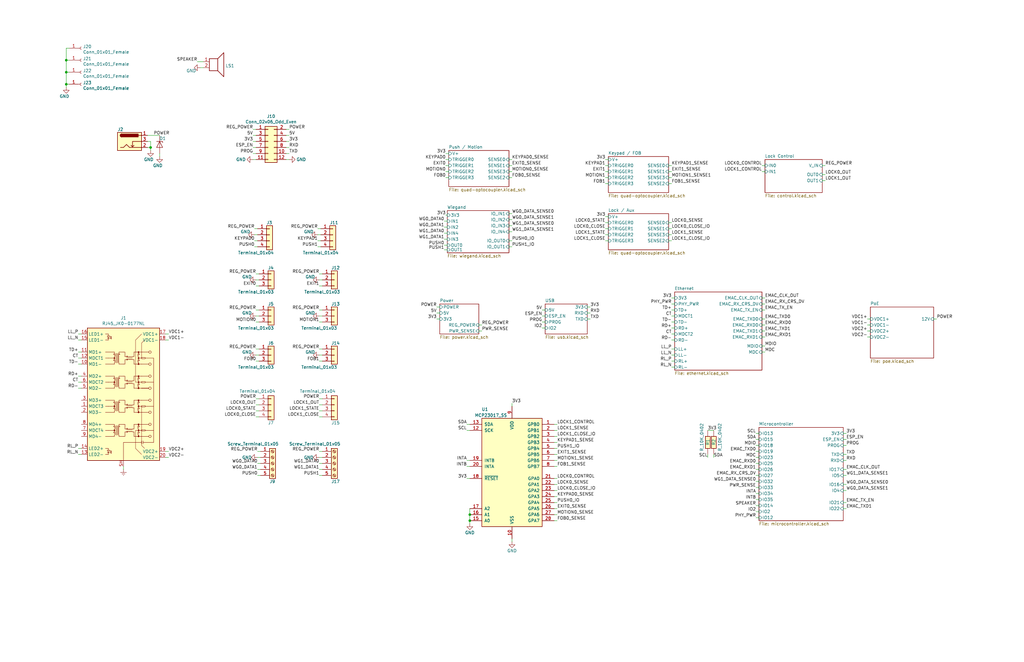
<source format=kicad_sch>
(kicad_sch (version 20211123) (generator eeschema)
  (paper "USLedger")
  (lib_symbols
    (symbol "Connector:Conn_01x01_Female" (pin_names (offset 1.016) hide)
      (property "Reference" "J" (at 0 2.54 0))
      (property "Value" "Conn_01x01_Female" (at 0 -2.54 0))
      (symbol "Conn_01x01_Female_1_1"
        (pin passive line (at -5.08 0 0) (length 3.81) (name "Pin_1") (number "1"))
      )
    )
    (symbol "Connector_Generic:Conn_02x06_Odd_Even" (pin_names (offset 1.016) hide)
      (property "Reference" "J" (at 1.27 7.62 0))
      (property "Value" "Conn_02x06_Odd_Even" (at 1.27 -10.16 0))
      (symbol "Conn_02x06_Odd_Even_1_1"
        (pin passive line (at -5.08 5.08 0) (length 3.81) (name "Pin_1") (number "1"))
        (pin passive line (at 7.62 -5.08 180) (length 3.81) (name "Pin_10") (number "10"))
        (pin passive line (at -5.08 -7.62 0) (length 3.81) (name "Pin_11") (number "11"))
        (pin passive line (at 7.62 -7.62 180) (length 3.81) (name "Pin_12") (number "12"))
        (pin passive line (at 7.62 5.08 180) (length 3.81) (name "Pin_2") (number "2"))
        (pin passive line (at -5.08 2.54 0) (length 3.81) (name "Pin_3") (number "3"))
        (pin passive line (at 7.62 2.54 180) (length 3.81) (name "Pin_4") (number "4"))
        (pin passive line (at -5.08 0 0) (length 3.81) (name "Pin_5") (number "5"))
        (pin passive line (at 7.62 0 180) (length 3.81) (name "Pin_6") (number "6"))
        (pin passive line (at -5.08 -2.54 0) (length 3.81) (name "Pin_7") (number "7"))
        (pin passive line (at 7.62 -2.54 180) (length 3.81) (name "Pin_8") (number "8"))
        (pin passive line (at -5.08 -5.08 0) (length 3.81) (name "Pin_9") (number "9"))
      )
    )
    (symbol "Open Automation:S_YXDZ" (pin_names (offset 0) hide)
      (property "Reference" "LS1" (at -1.27 -5.08 0))
      (symbol "S_YXDZ_1_1"
        (pin input line (at -5.08 0 0) (length 2.54) (name "1") (number "1"))
        (pin input line (at -5.08 -2.54 0) (length 2.54) (name "2") (number "2"))
      )
    )
    (symbol "Open Automation:Screw_Terminal_01x05" (pin_names (offset 1.016) hide)
      (property "Reference" "J?" (at -1.27 -7.62 0))
      (property "Value" "Screw_Terminal_01x05" (at -18.415 8.255 0))
      (symbol "Screw_Terminal_01x05_1_1"
        (pin passive line (at -5.08 5.08 0) (length 3.81) (name "Pin_1") (number "1"))
        (pin passive line (at -5.08 2.54 0) (length 3.81) (name "Pin_2") (number "2"))
        (pin passive line (at -5.08 0 0) (length 3.81) (name "Pin_3") (number "3"))
        (pin passive line (at -5.08 -2.54 0) (length 3.81) (name "Pin_4") (number "4"))
        (pin passive line (at -5.08 -5.08 0) (length 3.81) (name "Pin_5") (number "5"))
      )
    )
    (symbol "Open Automation:Terminal_01x04" (pin_names (offset 1.016) hide)
      (property "Reference" "J?" (at -1.27 5.08 0))
      (property "Value" "Terminal_01x04" (at -12.7 -7.62 0))
      (symbol "Terminal_01x04_1_1"
        (pin passive line (at -5.08 2.54 0) (length 3.81) (name "Pin_1") (number "1"))
        (pin passive line (at -5.08 0 0) (length 3.81) (name "Pin_2") (number "2"))
        (pin passive line (at -5.08 -2.54 0) (length 3.81) (name "Pin_3") (number "3"))
        (pin passive line (at -5.08 -5.08 0) (length 3.81) (name "Pin_4") (number "4"))
      )
    )
    (symbol "Open_Automation:Barrel_Jack_OD5.5_ID2.5" (pin_names hide)
      (property "Reference" "J" (at 0 5.334 0))
      (symbol "Barrel_Jack_OD5.5_ID2.5_1_1"
        (pin passive line (at 7.62 2.54 180) (length 2.54) (name "~") (number "1"))
        (pin passive line (at 7.62 -2.54 180) (length 2.54) (name "~") (number "2"))
        (pin passive line (at 7.62 0 180) (length 2.54) (name "~") (number "3"))
      )
    )
    (symbol "Open_Automation:D_Zener" (pin_numbers hide) (pin_names (offset 1.016) hide)
      (property "Reference" "D" (at 0 2.54 0))
      (symbol "D_Zener_1_1"
        (pin passive line (at -3.81 0 0) (length 2.54) (name "K") (number "1"))
        (pin passive line (at 3.81 0 180) (length 2.54) (name "A") (number "2"))
      )
    )
    (symbol "Open_Automation:MCP23017_SS" (pin_names (offset 1.016))
      (property "Reference" "U" (at -11.43 24.13 0))
      (property "Value" "MCP23017_SS" (at 0 0 0))
      (symbol "MCP23017_SS_1_1"
        (pin bidirectional line (at 17.78 20.32 180) (length 5.08) (name "GPB0") (number "1"))
        (pin power_in line (at 0 -27.94 90) (length 5.08) (name "VSS") (number "10"))
        (pin no_connect line (at -12.7 15.24 0) (length 5.08) hide (name "NC") (number "11"))
        (pin input line (at -17.78 17.78 0) (length 5.08) (name "SCK") (number "12"))
        (pin bidirectional line (at -17.78 20.32 0) (length 5.08) (name "SDA") (number "13"))
        (pin no_connect line (at -12.7 12.7 0) (length 5.08) hide (name "NC") (number "14"))
        (pin input line (at -17.78 -20.32 0) (length 5.08) (name "A0") (number "15"))
        (pin input line (at -17.78 -17.78 0) (length 5.08) (name "A1") (number "16"))
        (pin input line (at -17.78 -15.24 0) (length 5.08) (name "A2") (number "17"))
        (pin input line (at -17.78 -2.54 0) (length 5.08) (name "~{RESET}") (number "18"))
        (pin tri_state line (at -17.78 5.08 0) (length 5.08) (name "INTB") (number "19"))
        (pin bidirectional line (at 17.78 17.78 180) (length 5.08) (name "GPB1") (number "2"))
        (pin tri_state line (at -17.78 2.54 0) (length 5.08) (name "INTA") (number "20"))
        (pin bidirectional line (at 17.78 -2.54 180) (length 5.08) (name "GPA0") (number "21"))
        (pin bidirectional line (at 17.78 -5.08 180) (length 5.08) (name "GPA1") (number "22"))
        (pin bidirectional line (at 17.78 -7.62 180) (length 5.08) (name "GPA2") (number "23"))
        (pin bidirectional line (at 17.78 -10.16 180) (length 5.08) (name "GPA3") (number "24"))
        (pin bidirectional line (at 17.78 -12.7 180) (length 5.08) (name "GPA4") (number "25"))
        (pin bidirectional line (at 17.78 -15.24 180) (length 5.08) (name "GPA5") (number "26"))
        (pin bidirectional line (at 17.78 -17.78 180) (length 5.08) (name "GPA6") (number "27"))
        (pin bidirectional line (at 17.78 -20.32 180) (length 5.08) (name "GPA7") (number "28"))
        (pin bidirectional line (at 17.78 15.24 180) (length 5.08) (name "GPB2") (number "3"))
        (pin bidirectional line (at 17.78 12.7 180) (length 5.08) (name "GPB3") (number "4"))
        (pin bidirectional line (at 17.78 10.16 180) (length 5.08) (name "GPB4") (number "5"))
        (pin bidirectional line (at 17.78 7.62 180) (length 5.08) (name "GPB5") (number "6"))
        (pin bidirectional line (at 17.78 5.08 180) (length 5.08) (name "GPB6") (number "7"))
        (pin bidirectional line (at 17.78 2.54 180) (length 5.08) (name "GPB7") (number "8"))
        (pin power_in line (at 0 27.94 270) (length 5.08) (name "VDD") (number "9"))
      )
    )
    (symbol "Open_Automation:RJ45_JK0-0177NL"
      (property "Reference" "J1" (at 0 32.1818 0))
      (property "Value" "RJ45_JK0-0177NL" (at 0 29.8704 0))
      (symbol "RJ45_JK0-0177NL_1_1"
        (pin passive line (at -17.78 -5.08 0) (length 2.54) (name "MDCT3") (number "1"))
        (pin passive line (at -17.78 12.7 0) (length 2.54) (name "MD1-") (number "10"))
        (pin passive line (at -17.78 17.78 0) (length 2.54) (name "MD1+") (number "11"))
        (pin passive line (at -17.78 15.24 0) (length 2.54) (name "MDCT1") (number "12"))
        (pin passive line (at -17.78 -25.4 0) (length 2.54) (name "LED2-") (number "13"))
        (pin passive line (at -17.78 -22.86 0) (length 2.54) (name "LED2+") (number "14"))
        (pin passive line (at -17.78 22.86 0) (length 2.54) (name "LED1-") (number "15"))
        (pin passive line (at -17.78 25.4 0) (length 2.54) (name "LED1+") (number "16"))
        (pin passive line (at 17.78 25.4 180) (length 2.54) (name "VDC1+") (number "17"))
        (pin passive line (at 17.78 22.86 180) (length 2.54) (name "VDC1-") (number "18"))
        (pin passive line (at 17.78 -24.13 180) (length 2.54) (name "VDC2+") (number "19"))
        (pin passive line (at -17.78 -7.62 0) (length 2.54) (name "MD3-") (number "2"))
        (pin passive line (at 17.78 -26.67 180) (length 2.54) (name "VDC2-") (number "20"))
        (pin passive line (at -17.78 -2.54 0) (length 2.54) (name "MD3+") (number "3"))
        (pin passive line (at -17.78 7.62 0) (length 2.54) (name "MD2+") (number "4"))
        (pin passive line (at -17.78 2.54 0) (length 2.54) (name "MD2-") (number "5"))
        (pin passive line (at -17.78 5.08 0) (length 2.54) (name "MDCT2") (number "6"))
        (pin passive line (at -17.78 -15.24 0) (length 2.54) (name "MDCT4") (number "7"))
        (pin passive line (at -17.78 -12.7 0) (length 2.54) (name "MD4+") (number "8"))
        (pin passive line (at -17.78 -17.78 0) (length 2.54) (name "MD4-") (number "9"))
        (pin passive line (at 0 -30.48 90) (length 2.54) (name "~") (number "SH"))
      )
    )
    (symbol "Open_Automation:R_10K_0402" (pin_numbers hide) (pin_names (offset 0))
      (property "Reference" "R" (at 0 0 90))
      (property "Value" "R_10K_0402" (at -1.905 0 90))
      (symbol "R_10K_0402_1_1"
        (pin passive line (at 0 -5.08 90) (length 2.54) (name "~") (number "1"))
        (pin passive line (at 0 5.08 270) (length 2.54) (name "~") (number "2"))
      )
    )
    (symbol "R_10K_0402_1" (pin_numbers hide) (pin_names (offset 0))
      (property "Reference" "R" (at 0 0 90))
      (property "Value" "R_10K_0402_1" (at -1.905 0 90))
      (symbol "R_10K_0402_1_1_1"
        (pin passive line (at 0 -5.08 90) (length 2.54) (name "~") (number "1"))
        (pin passive line (at 0 5.08 270) (length 2.54) (name "~") (number "2"))
      )
    )
    (symbol "Terminal_01x03_3" (pin_names (offset 1.016) hide)
      (property "Reference" "J16" (at -1.27 5.08 0))
      (property "Value" "Terminal_01x03_3" (at -13.97 7.62 0))
      (symbol "Terminal_01x03_3_1_1"
        (pin passive line (at -5.08 2.54 0) (length 3.81) (name "Pin_1") (number "1"))
        (pin passive line (at -5.08 0 0) (length 3.81) (name "Pin_2") (number "2"))
        (pin passive line (at -5.08 -2.54 0) (length 3.81) (name "Pin_3") (number "3"))
      )
    )
    (symbol "Terminal_01x03_5" (pin_names (offset 1.016) hide)
      (property "Reference" "J16" (at -1.27 5.08 0))
      (property "Value" "Terminal_01x03_5" (at -13.97 7.62 0))
      (symbol "Terminal_01x03_5_1_1"
        (pin passive line (at -5.08 2.54 0) (length 3.81) (name "Pin_1") (number "1"))
        (pin passive line (at -5.08 0 0) (length 3.81) (name "Pin_2") (number "2"))
        (pin passive line (at -5.08 -2.54 0) (length 3.81) (name "Pin_3") (number "3"))
      )
    )
    (symbol "Terminal_01x03_6" (pin_names (offset 1.016) hide)
      (property "Reference" "J16" (at -1.27 5.08 0))
      (property "Value" "Terminal_01x03_6" (at -13.97 7.62 0))
      (symbol "Terminal_01x03_6_1_1"
        (pin passive line (at -5.08 2.54 0) (length 3.81) (name "Pin_1") (number "1"))
        (pin passive line (at -5.08 0 0) (length 3.81) (name "Pin_2") (number "2"))
        (pin passive line (at -5.08 -2.54 0) (length 3.81) (name "Pin_3") (number "3"))
      )
    )
    (symbol "Terminal_01x03_7" (pin_names (offset 1.016) hide)
      (property "Reference" "J16" (at -1.27 5.08 0))
      (property "Value" "Terminal_01x03_7" (at -13.97 7.62 0))
      (symbol "Terminal_01x03_7_1_1"
        (pin passive line (at -5.08 2.54 0) (length 3.81) (name "Pin_1") (number "1"))
        (pin passive line (at -5.08 0 0) (length 3.81) (name "Pin_2") (number "2"))
        (pin passive line (at -5.08 -2.54 0) (length 3.81) (name "Pin_3") (number "3"))
      )
    )
    (symbol "Terminal_01x03_8" (pin_names (offset 1.016) hide)
      (property "Reference" "J16" (at -1.27 5.08 0))
      (property "Value" "Terminal_01x03_8" (at -13.97 7.62 0))
      (symbol "Terminal_01x03_8_1_1"
        (pin passive line (at -5.08 2.54 0) (length 3.81) (name "Pin_1") (number "1"))
        (pin passive line (at -5.08 0 0) (length 3.81) (name "Pin_2") (number "2"))
        (pin passive line (at -5.08 -2.54 0) (length 3.81) (name "Pin_3") (number "3"))
      )
    )
    (symbol "Terminal_01x03_9" (pin_names (offset 1.016) hide)
      (property "Reference" "J16" (at -1.27 5.08 0))
      (property "Value" "Terminal_01x03_9" (at -13.97 7.62 0))
      (symbol "Terminal_01x03_9_1_1"
        (pin passive line (at -5.08 2.54 0) (length 3.81) (name "Pin_1") (number "1"))
        (pin passive line (at -5.08 0 0) (length 3.81) (name "Pin_2") (number "2"))
        (pin passive line (at -5.08 -2.54 0) (length 3.81) (name "Pin_3") (number "3"))
      )
    )
    (symbol "power:Earth" (power) (pin_names (offset 0))
      (symbol "Earth_1_1"
        (pin power_in line (at 0 0 270) (length 0) hide (name "Earth") (number "1"))
      )
    )
    (symbol "power:GND" (power) (pin_names (offset 0))
      (property "Value" "GND" (at 0 -3.81 0))
      (symbol "GND_1_1"
        (pin power_in line (at 0 0 270) (length 0) hide (name "GND") (number "1"))
      )
    )
  )
  (junction (at 198.12 219.71))
  (junction (at 198.12 217.17))
  (junction (at 63.5 62.23))
  (junction (at 27.94 30.48))
  (junction (at 27.94 25.4))
  (junction (at 27.94 35.56))
  (wire (pts (xy 356.87 187.96) (xy 355.6 187.96)))
  (wire (pts (xy 134.62 168.275) (xy 135.89 168.275)))
  (wire (pts (xy 107.95 133.35) (xy 109.22 133.35)))
  (wire (pts (xy 298.45 181.61) (xy 300.99 181.61)))
  (wire (pts (xy 283.21 152.4) (xy 284.48 152.4)))
  (wire (pts (xy 247.65 134.62) (xy 248.92 134.62)))
  (wire (pts (xy 29.21 30.48) (xy 27.94 30.48)))
  (wire (pts (xy 134.62 130.81) (xy 135.89 130.81)))
  (wire (pts (xy 107.95 147.32) (xy 109.22 147.32)))
  (wire (pts (xy 33.02 158.75) (xy 34.29 158.75)))
  (wire (pts (xy 187.96 64.77) (xy 189.23 64.77)))
  (wire (pts (xy 322.58 146.05) (xy 321.31 146.05)))
  (wire (pts (xy 322.58 134.62) (xy 321.31 134.62)))
  (wire (pts (xy 108.585 198.12) (xy 109.855 198.12)))
  (wire (pts (xy 321.31 69.85) (xy 322.58 69.85)))
  (wire (pts (xy 121.92 57.15) (xy 120.65 57.15)))
  (wire (pts (xy 283.21 130.81) (xy 284.48 130.81)))
  (wire (pts (xy 233.68 214.63) (xy 234.95 214.63)))
  (wire (pts (xy 233.68 204.47) (xy 234.95 204.47)))
  (wire (pts (xy 107.95 59.69) (xy 106.68 59.69)))
  (wire (pts (xy 33.02 140.97) (xy 34.29 140.97)))
  (wire (pts (xy 355.6 204.47) (xy 356.87 204.47)))
  (wire (pts (xy 300.99 193.04) (xy 300.99 191.77)))
  (wire (pts (xy 215.9 90.17) (xy 214.63 90.17)))
  (wire (pts (xy 228.6 135.89) (xy 229.87 135.89)))
  (wire (pts (xy 196.85 201.93) (xy 198.12 201.93)))
  (wire (pts (xy 134.62 195.58) (xy 135.89 195.58)))
  (wire (pts (xy 187.325 98.425) (xy 188.595 98.425)))
  (wire (pts (xy 27.94 20.32) (xy 27.94 25.4)))
  (wire (pts (xy 106.68 67.31) (xy 107.95 67.31)))
  (wire (pts (xy 29.21 25.4) (xy 27.94 25.4)))
  (wire (pts (xy 233.68 196.85) (xy 234.95 196.85)))
  (wire (pts (xy 321.31 137.16) (xy 322.58 137.16)))
  (wire (pts (xy 107.315 96.52) (xy 108.585 96.52)))
  (wire (pts (xy 318.77 195.58) (xy 320.04 195.58)))
  (wire (pts (xy 134.62 198.12) (xy 135.89 198.12)))
  (wire (pts (xy 121.92 54.61) (xy 120.65 54.61)))
  (wire (pts (xy 203.2 137.16) (xy 201.93 137.16)))
  (wire (pts (xy 255.27 91.44) (xy 256.54 91.44)))
  (wire (pts (xy 27.94 36.83) (xy 27.94 35.56)))
  (wire (pts (xy 283.21 101.6) (xy 281.94 101.6)))
  (wire (pts (xy 283.21 77.47) (xy 281.94 77.47)))
  (wire (pts (xy 134.62 193.04) (xy 135.89 193.04)))
  (wire (pts (xy 365.76 139.7) (xy 367.03 139.7)))
  (wire (pts (xy 322.58 130.81) (xy 321.31 130.81)))
  (wire (pts (xy 107.315 101.6) (xy 108.585 101.6)))
  (wire (pts (xy 233.68 186.69) (xy 234.95 186.69)))
  (wire (pts (xy 133.985 99.06) (xy 135.255 99.06)))
  (wire (pts (xy 134.62 190.5) (xy 135.89 190.5)))
  (wire (pts (xy 233.68 184.15) (xy 234.95 184.15)))
  (wire (pts (xy 355.6 200.66) (xy 356.87 200.66)))
  (wire (pts (xy 356.87 185.42) (xy 355.6 185.42)))
  (wire (pts (xy 255.27 69.85) (xy 256.54 69.85)))
  (wire (pts (xy 134.62 118.11) (xy 135.89 118.11)))
  (wire (pts (xy 248.92 132.08) (xy 247.65 132.08)))
  (wire (pts (xy 367.03 134.62) (xy 365.76 134.62)))
  (wire (pts (xy 189.23 67.31) (xy 187.96 67.31)))
  (wire (pts (xy 134.62 200.66) (xy 135.89 200.66)))
  (wire (pts (xy 198.12 214.63) (xy 198.12 217.17)))
  (wire (pts (xy 347.98 76.2) (xy 346.71 76.2)))
  (wire (pts (xy 233.68 207.01) (xy 234.95 207.01)))
  (wire (pts (xy 107.95 130.81) (xy 109.22 130.81)))
  (wire (pts (xy 233.68 217.17) (xy 234.95 217.17)))
  (wire (pts (xy 34.29 191.77) (xy 33.02 191.77)))
  (wire (pts (xy 318.77 185.42) (xy 320.04 185.42)))
  (wire (pts (xy 320.04 182.88) (xy 318.77 182.88)))
  (wire (pts (xy 108.585 200.66) (xy 109.855 200.66)))
  (wire (pts (xy 120.65 64.77) (xy 121.92 64.77)))
  (wire (pts (xy 283.21 133.35) (xy 284.48 133.35)))
  (wire (pts (xy 283.21 96.52) (xy 281.94 96.52)))
  (wire (pts (xy 108.585 195.58) (xy 109.855 195.58)))
  (wire (pts (xy 121.92 67.31) (xy 120.65 67.31)))
  (wire (pts (xy 322.58 125.73) (xy 321.31 125.73)))
  (wire (pts (xy 284.48 140.97) (xy 283.21 140.97)))
  (wire (pts (xy 62.23 62.23) (xy 63.5 62.23)))
  (wire (pts (xy 107.95 170.815) (xy 109.22 170.815)))
  (wire (pts (xy 255.27 72.39) (xy 256.54 72.39)))
  (wire (pts (xy 215.9 227.33) (xy 215.9 228.6)))
  (wire (pts (xy 107.95 115.57) (xy 109.22 115.57)))
  (wire (pts (xy 318.77 190.5) (xy 320.04 190.5)))
  (wire (pts (xy 198.12 220.98) (xy 198.12 219.71)))
  (wire (pts (xy 134.62 135.89) (xy 135.89 135.89)))
  (wire (pts (xy 33.02 189.23) (xy 34.29 189.23)))
  (wire (pts (xy 367.03 142.24) (xy 365.76 142.24)))
  (wire (pts (xy 107.315 104.14) (xy 108.585 104.14)))
  (wire (pts (xy 322.58 139.7) (xy 321.31 139.7)))
  (wire (pts (xy 121.92 59.69) (xy 120.65 59.69)))
  (wire (pts (xy 255.27 101.6) (xy 256.54 101.6)))
  (wire (pts (xy 83.185 26.035) (xy 85.725 26.035)))
  (wire (pts (xy 187.96 69.85) (xy 189.23 69.85)))
  (wire (pts (xy 187.325 93.345) (xy 188.595 93.345)))
  (wire (pts (xy 255.27 99.06) (xy 256.54 99.06)))
  (wire (pts (xy 27.94 30.48) (xy 27.94 35.56)))
  (wire (pts (xy 134.62 149.86) (xy 135.89 149.86)))
  (wire (pts (xy 134.62 175.895) (xy 135.89 175.895)))
  (wire (pts (xy 34.29 153.67) (xy 33.02 153.67)))
  (wire (pts (xy 71.12 193.04) (xy 69.85 193.04)))
  (wire (pts (xy 356.87 182.88) (xy 355.6 182.88)))
  (wire (pts (xy 318.77 213.36) (xy 320.04 213.36)))
  (wire (pts (xy 134.62 170.815) (xy 135.89 170.815)))
  (wire (pts (xy 196.85 181.61) (xy 198.12 181.61)))
  (wire (pts (xy 133.985 96.52) (xy 135.255 96.52)))
  (wire (pts (xy 318.77 208.28) (xy 320.04 208.28)))
  (wire (pts (xy 228.6 133.35) (xy 229.87 133.35)))
  (wire (pts (xy 63.5 59.69) (xy 63.5 62.23)))
  (wire (pts (xy 284.48 135.89) (xy 283.21 135.89)))
  (wire (pts (xy 347.98 69.85) (xy 346.71 69.85)))
  (wire (pts (xy 215.9 104.14) (xy 214.63 104.14)))
  (wire (pts (xy 201.93 139.7) (xy 203.2 139.7)))
  (wire (pts (xy 320.04 198.12) (xy 318.77 198.12)))
  (wire (pts (xy 67.31 64.77) (xy 67.31 66.04)))
  (wire (pts (xy 283.21 69.85) (xy 281.94 69.85)))
  (wire (pts (xy 215.9 97.79) (xy 214.63 97.79)))
  (wire (pts (xy 233.68 209.55) (xy 234.95 209.55)))
  (wire (pts (xy 318.77 218.44) (xy 320.04 218.44)))
  (wire (pts (xy 187.325 95.885) (xy 188.595 95.885)))
  (wire (pts (xy 255.27 77.47) (xy 256.54 77.47)))
  (wire (pts (xy 107.95 135.89) (xy 109.22 135.89)))
  (wire (pts (xy 121.92 62.23) (xy 120.65 62.23)))
  (wire (pts (xy 196.85 196.85) (xy 198.12 196.85)))
  (wire (pts (xy 356.87 212.09) (xy 355.6 212.09)))
  (wire (pts (xy 228.6 138.43) (xy 229.87 138.43)))
  (wire (pts (xy 356.87 198.12) (xy 355.6 198.12)))
  (wire (pts (xy 283.21 74.93) (xy 281.94 74.93)))
  (wire (pts (xy 133.985 104.14) (xy 135.255 104.14)))
  (wire (pts (xy 185.42 129.54) (xy 184.15 129.54)))
  (wire (pts (xy 215.9 74.93) (xy 214.63 74.93)))
  (wire (pts (xy 318.77 200.66) (xy 320.04 200.66)))
  (wire (pts (xy 34.29 143.51) (xy 33.02 143.51)))
  (wire (pts (xy 189.23 72.39) (xy 187.96 72.39)))
  (wire (pts (xy 106.68 54.61) (xy 107.95 54.61)))
  (wire (pts (xy 187.96 74.93) (xy 189.23 74.93)))
  (wire (pts (xy 106.68 57.15) (xy 107.95 57.15)))
  (wire (pts (xy 284.48 154.94) (xy 283.21 154.94)))
  (wire (pts (xy 322.58 142.24) (xy 321.31 142.24)))
  (wire (pts (xy 283.21 93.98) (xy 281.94 93.98)))
  (wire (pts (xy 62.23 57.15) (xy 67.31 57.15)))
  (wire (pts (xy 84.455 28.575) (xy 85.725 28.575)))
  (wire (pts (xy 187.325 100.965) (xy 188.595 100.965)))
  (wire (pts (xy 356.87 207.01) (xy 355.6 207.01)))
  (wire (pts (xy 196.85 194.31) (xy 198.12 194.31)))
  (wire (pts (xy 215.9 72.39) (xy 214.63 72.39)))
  (wire (pts (xy 27.94 35.56) (xy 29.21 35.56)))
  (wire (pts (xy 255.27 74.93) (xy 256.54 74.93)))
  (wire (pts (xy 318.77 215.9) (xy 320.04 215.9)))
  (wire (pts (xy 107.95 64.77) (xy 106.68 64.77)))
  (wire (pts (xy 52.07 198.12) (xy 52.07 196.85)))
  (wire (pts (xy 215.9 101.6) (xy 214.63 101.6)))
  (wire (pts (xy 215.9 95.25) (xy 214.63 95.25)))
  (wire (pts (xy 214.63 69.85) (xy 215.9 69.85)))
  (wire (pts (xy 318.77 187.96) (xy 320.04 187.96)))
  (wire (pts (xy 233.68 219.71) (xy 234.95 219.71)))
  (wire (pts (xy 322.58 128.27) (xy 321.31 128.27)))
  (wire (pts (xy 284.48 128.27) (xy 283.21 128.27)))
  (wire (pts (xy 322.58 148.59) (xy 321.31 148.59)))
  (wire (pts (xy 320.04 193.04) (xy 318.77 193.04)))
  (wire (pts (xy 233.68 179.07) (xy 234.95 179.07)))
  (wire (pts (xy 283.21 143.51) (xy 284.48 143.51)))
  (wire (pts (xy 34.29 161.29) (xy 33.02 161.29)))
  (wire (pts (xy 215.9 67.31) (xy 214.63 67.31)))
  (wire (pts (xy 134.62 173.355) (xy 135.89 173.355)))
  (wire (pts (xy 187.325 103.505) (xy 188.595 103.505)))
  (wire (pts (xy 320.04 203.2) (xy 318.77 203.2)))
  (wire (pts (xy 283.21 138.43) (xy 284.48 138.43)))
  (wire (pts (xy 185.42 134.62) (xy 184.15 134.62)))
  (wire (pts (xy 233.68 194.31) (xy 234.95 194.31)))
  (wire (pts (xy 215.9 92.71) (xy 214.63 92.71)))
  (wire (pts (xy 69.85 190.5) (xy 71.12 190.5)))
  (wire (pts (xy 255.27 67.31) (xy 256.54 67.31)))
  (wire (pts (xy 107.95 168.275) (xy 109.22 168.275)))
  (wire (pts (xy 107.95 118.11) (xy 109.22 118.11)))
  (wire (pts (xy 107.95 175.895) (xy 109.22 175.895)))
  (wire (pts (xy 215.9 170.18) (xy 215.9 171.45)))
  (wire (pts (xy 321.31 72.39) (xy 322.58 72.39)))
  (wire (pts (xy 71.12 143.51) (xy 69.85 143.51)))
  (wire (pts (xy 283.21 72.39) (xy 281.94 72.39)))
  (wire (pts (xy 283.21 125.73) (xy 284.48 125.73)))
  (wire (pts (xy 107.95 62.23) (xy 106.68 62.23)))
  (wire (pts (xy 198.12 179.07) (xy 196.85 179.07)))
  (wire (pts (xy 187.325 105.41) (xy 188.595 105.41)))
  (wire (pts (xy 233.68 181.61) (xy 234.95 181.61)))
  (wire (pts (xy 356.87 191.77) (xy 355.6 191.77)))
  (wire (pts (xy 134.62 120.65) (xy 135.89 120.65)))
  (wire (pts (xy 33.02 151.13) (xy 34.29 151.13)))
  (wire (pts (xy 134.62 147.32) (xy 135.89 147.32)))
  (wire (pts (xy 198.12 217.17) (xy 198.12 219.71)))
  (wire (pts (xy 283.21 147.32) (xy 284.48 147.32)))
  (wire (pts (xy 29.21 20.32) (xy 27.94 20.32)))
  (wire (pts (xy 133.985 101.6) (xy 135.255 101.6)))
  (wire (pts (xy 107.95 120.65) (xy 109.22 120.65)))
  (wire (pts (xy 107.95 173.355) (xy 109.22 173.355)))
  (wire (pts (xy 185.42 132.08) (xy 184.15 132.08)))
  (wire (pts (xy 233.68 201.93) (xy 234.95 201.93)))
  (wire (pts (xy 284.48 149.86) (xy 283.21 149.86)))
  (wire (pts (xy 318.77 205.74) (xy 320.04 205.74)))
  (wire (pts (xy 255.27 93.98) (xy 256.54 93.98)))
  (wire (pts (xy 233.68 212.09) (xy 234.95 212.09)))
  (wire (pts (xy 107.95 149.86) (xy 109.22 149.86)))
  (wire (pts (xy 62.23 59.69) (xy 63.5 59.69)))
  (wire (pts (xy 318.77 210.82) (xy 320.04 210.82)))
  (wire (pts (xy 346.71 73.66) (xy 347.98 73.66)))
  (wire (pts (xy 393.7 134.62) (xy 394.97 134.62)))
  (wire (pts (xy 33.02 163.83) (xy 34.29 163.83)))
  (wire (pts (xy 283.21 99.06) (xy 281.94 99.06)))
  (wire (pts (xy 134.62 115.57) (xy 135.89 115.57)))
  (wire (pts (xy 33.02 148.59) (xy 34.29 148.59)))
  (wire (pts (xy 187.96 90.805) (xy 188.595 90.805)))
  (wire (pts (xy 107.315 99.06) (xy 108.585 99.06)))
  (wire (pts (xy 298.45 193.04) (xy 298.45 191.77)))
  (wire (pts (xy 108.585 193.04) (xy 109.855 193.04)))
  (wire (pts (xy 233.68 191.77) (xy 234.95 191.77)))
  (wire (pts (xy 27.94 25.4) (xy 27.94 30.48)))
  (wire (pts (xy 134.62 152.4) (xy 135.89 152.4)))
  (wire (pts (xy 255.27 96.52) (xy 256.54 96.52)))
  (wire (pts (xy 63.5 62.23) (xy 63.5 63.5)))
  (wire (pts (xy 248.92 129.54) (xy 247.65 129.54)))
  (wire (pts (xy 365.76 137.16) (xy 367.03 137.16)))
  (wire (pts (xy 233.68 189.23) (xy 234.95 189.23)))
  (wire (pts (xy 107.95 152.4) (xy 109.22 152.4)))
  (wire (pts (xy 355.6 214.63) (xy 356.87 214.63)))
  (wire (pts (xy 134.62 133.35) (xy 135.89 133.35)))
  (wire (pts (xy 108.585 190.5) (xy 109.855 190.5)))
  (wire (pts (xy 69.85 140.97) (xy 71.12 140.97)))
  (wire (pts (xy 228.6 130.81) (xy 229.87 130.81)))
  (wire (pts (xy 355.6 194.31) (xy 356.87 194.31)))
  (label "SCL" (at 196.85 181.61 180))
  (label "LOCK1_CLOSE" (at 255.27 101.6 180))
  (label "3V3" (at 215.9 170.18 0))
  (label "EMAC_TX_EN" (at 322.58 130.81 0))
  (label "WG0_DATA_SENSE0" (at 356.87 204.47 0))
  (label "SCL" (at 318.77 182.88 180))
  (label "KEYPAD1" (at 255.27 69.85 180))
  (label "LOCK0_CLOSE" (at 107.95 175.895 180))
  (label "5V" (at 121.92 57.15 0))
  (label "PUSH0" (at 108.585 200.66 180))
  (label "INTB" (at 318.77 210.82 180))
  (label "LOCK0_STATE" (at 255.27 93.98 180))
  (label "REG_POWER" (at 107.95 115.57 180))
  (label "VDC1-" (at 365.76 137.16 180))
  (label "FOB1" (at 255.27 77.47 180))
  (label "MDC" (at 318.77 193.04 180))
  (label "REG_POWER" (at 107.315 96.52 180))
  (label "SPEAKER" (at 318.77 213.36 180))
  (label "INTA" (at 318.77 208.28 180))
  (label "RL_P" (at 283.21 152.4 180))
  (label "WG0_DATA_SENSE1" (at 215.9 92.71 0))
  (label "CT" (at 33.02 151.13 180))
  (label "LOCK0_CLOSE_IO" (at 283.21 96.52 0))
  (label "LOCK0_SENSE" (at 283.21 93.98 0))
  (label "TD-" (at 283.21 135.89 180))
  (label "PUSH0" (at 187.325 103.505 180))
  (label "WG1_DATA0" (at 134.62 195.58 180))
  (label "REG_POWER" (at 106.68 54.61 180))
  (label "LOCK1_CONTROL" (at 234.95 179.07 0))
  (label "REG_POWER" (at 347.98 69.85 0))
  (label "WG0_DATA0" (at 187.325 93.345 180))
  (label "POWER" (at 107.95 168.275 180))
  (label "EMAC_TX_EN" (at 356.87 212.09 0))
  (label "PUSH0_IO" (at 234.95 212.09 0))
  (label "LOCK0_CLOSE" (at 255.27 96.52 180))
  (label "WG1_DATA_SENSE1" (at 215.9 97.79 0))
  (label "SDA" (at 300.99 193.04 0))
  (label "PROG" (at 228.6 135.89 180))
  (label "VDC2+" (at 365.76 139.7 180))
  (label "WG1_DATA_SENSE0" (at 215.9 95.25 0))
  (label "WG0_DATA_SENSE1" (at 356.87 207.01 0))
  (label "EMAC_RXD1" (at 318.77 198.12 180))
  (label "FOB0" (at 107.95 152.4 180))
  (label "PROG" (at 106.68 64.77 180))
  (label "MOTION1" (at 255.27 74.93 180))
  (label "RD+" (at 283.21 138.43 180))
  (label "WG0_DATA_SENSE0" (at 215.9 90.17 0))
  (label "MOTION1" (at 134.62 135.89 180))
  (label "WG1_DATA0" (at 187.325 98.425 180))
  (label "POWER" (at 121.92 54.61 0))
  (label "ESP_EN" (at 106.68 62.23 180))
  (label "VDC2-" (at 71.12 193.04 0))
  (label "WG1_DATA1" (at 134.62 198.12 180))
  (label "3V3" (at 187.96 90.805 180))
  (label "EXIT0" (at 187.96 69.85 180))
  (label "TXD" (at 356.87 191.77 0))
  (label "EMAC_CLK_OUT" (at 356.87 198.12 0))
  (label "EMAC_RXD0" (at 322.58 137.16 0))
  (label "SDA" (at 196.85 179.07 180))
  (label "EXIT1_SENSE" (at 283.21 72.39 0))
  (label "LOCK1_SENSE" (at 283.21 99.06 0))
  (label "WG0_DATA1" (at 108.585 198.12 180))
  (label "PROG" (at 356.87 187.96 0))
  (label "EMAC_CLK_OUT" (at 322.58 125.73 0))
  (label "KEYPAD0" (at 107.315 101.6 180))
  (label "MOTION0" (at 107.95 135.89 180))
  (label "FOB0_SENSE" (at 215.9 74.93 0))
  (label "PUSH1" (at 187.325 105.41 180))
  (label "VDC2-" (at 365.76 142.24 180))
  (label "IO2" (at 228.6 138.43 180))
  (label "PHY_PWR" (at 318.77 218.44 180))
  (label "RXD" (at 356.87 194.31 0))
  (label "EMAC_RX_CRS_DV" (at 322.58 128.27 0))
  (label "VDC2+" (at 71.12 190.5 0))
  (label "VDC1+" (at 365.76 134.62 180))
  (label "LOCK1_STATE" (at 255.27 99.06 180))
  (label "WG1_DATA1" (at 187.325 100.965 180))
  (label "RL_N" (at 33.02 191.77 180))
  (label "CT" (at 283.21 133.35 180))
  (label "WG1_DATA_SENSE1" (at 356.87 200.66 0))
  (label "EMAC_TXD1" (at 322.58 139.7 0))
  (label "KEYPAD1_SENSE" (at 234.95 186.69 0))
  (label "LOCK0_OUT" (at 107.95 170.815 180))
  (label "3V3" (at 106.68 59.69 180))
  (label "KEYPAD0_SENSE" (at 234.95 209.55 0))
  (label "POWER" (at 134.62 168.275 180))
  (label "EMAC_TXD0" (at 322.58 134.62 0))
  (label "5V" (at 228.6 130.81 180))
  (label "FOB1_SENSE" (at 234.95 196.85 0))
  (label "EMAC_RX_CRS_DV" (at 318.77 200.66 180))
  (label "LOCK1_CONTROL" (at 321.31 72.39 180))
  (label "LOCK1_OUT" (at 134.62 170.815 180))
  (label "REG_POWER" (at 107.95 130.81 180))
  (label "3V3" (at 121.92 59.69 0))
  (label "LOCK1_CLOSE_IO" (at 234.95 184.15 0))
  (label "PHY_PWR" (at 283.21 128.27 180))
  (label "KEYPAD0" (at 187.96 67.31 180))
  (label "LOCK0_OUT" (at 347.98 73.66 0))
  (label "PUSH0_IO" (at 215.9 101.6 0))
  (label "LOCK1_SENSE" (at 234.95 181.61 0))
  (label "FOB0_SENSE" (at 234.95 219.71 0))
  (label "LL_N" (at 283.21 149.86 180))
  (label "FOB1" (at 134.62 152.4 180))
  (label "MOTION0" (at 187.96 72.39 180))
  (label "WG0_DATA1" (at 187.325 95.885 180))
  (label "3V3" (at 255.27 91.44 180))
  (label "CT" (at 33.02 161.29 180))
  (label "REG_POWER" (at 134.62 190.5 180))
  (label "LOCK0_STATE" (at 107.95 173.355 180))
  (label "3V3" (at 248.92 129.54 0))
  (label "TXD" (at 248.92 134.62 0))
  (label "PWR_SENSE" (at 318.77 205.74 180))
  (label "LOCK0_CONTROL" (at 234.95 201.93 0))
  (label "EXIT1" (at 134.62 120.65 180))
  (label "RL_P" (at 33.02 189.23 180))
  (label "LL_N" (at 33.02 143.51 180))
  (label "POWER" (at 394.97 134.62 0))
  (label "TD-" (at 33.02 153.67 180))
  (label "LOCK1_OUT" (at 347.98 76.2 0))
  (label "5V" (at 106.68 57.15 180))
  (label "PUSH1" (at 133.985 104.14 180))
  (label "LOCK1_CLOSE_IO" (at 283.21 101.6 0))
  (label "REG_POWER" (at 134.62 130.81 180))
  (label "MOTION1_SENSE1" (at 283.21 74.93 0))
  (label "MOTION0_SENSE" (at 234.95 217.17 0))
  (label "RD+" (at 33.02 158.75 180))
  (label "MDC" (at 322.58 148.59 0))
  (label "POWER" (at 64.77 57.15 0))
  (label "RL_N" (at 283.21 154.94 180))
  (label "POWER" (at 184.15 129.54 180))
  (label "3V3" (at 255.27 67.31 180))
  (label "PUSH1_IO" (at 215.9 104.14 0))
  (label "5V" (at 184.15 132.08 180))
  (label "VDC1+" (at 71.12 140.97 0))
  (label "PWR_SENSE" (at 203.2 139.7 0))
  (label "SCL" (at 298.45 193.04 180))
  (label "3V3" (at 196.85 201.93 180))
  (label "RD-" (at 33.02 163.83 180))
  (label "MDIO" (at 318.77 187.96 180))
  (label "SDA" (at 318.77 185.42 180))
  (label "EXIT1_SENSE" (at 234.95 191.77 0))
  (label "ESP_EN" (at 356.87 185.42 0))
  (label "3V3" (at 356.87 182.88 0))
  (label "IO2" (at 318.77 215.9 180))
  (label "FOB0" (at 187.96 74.93 180))
  (label "PUSH0" (at 107.315 104.14 180))
  (label "REG_POWER" (at 203.2 137.16 0))
  (label "EXIT1" (at 255.27 72.39 180))
  (label "PUSH1" (at 134.62 200.66 180))
  (label "MOTION1_SENSE" (at 234.95 194.31 0))
  (label "REG_POWER" (at 107.95 147.32 180))
  (label "LL_P" (at 283.21 147.32 180))
  (label "FOB1_SENSE" (at 283.21 77.47 0))
  (label "WG1_DATA_SENSE0" (at 318.77 203.2 180))
  (label "LOCK0_SENSE" (at 234.95 204.47 0))
  (label "EMAC_RXD1" (at 322.58 142.24 0))
  (label "LOCK1_STATE" (at 134.62 173.355 180))
  (label "EMAC_TXD0" (at 318.77 190.5 180))
  (label "KEYPAD1_SENSE" (at 283.21 69.85 0))
  (label "TD+" (at 33.02 148.59 180))
  (label "SPEAKER" (at 83.185 26.035 180))
  (label "LOCK0_CONTROL" (at 321.31 69.85 180))
  (label "RD-" (at 283.21 143.51 180))
  (label "REG_POWER" (at 133.985 96.52 180))
  (label "EMAC_RXD0" (at 318.77 195.58 180))
  (label "TXD" (at 121.92 64.77 0))
  (label "KEYPAD1" (at 133.985 101.6 180))
  (label "LOCK0_CLOSE_IO" (at 234.95 207.01 0))
  (label "3V3" (at 283.21 125.73 180))
  (label "3V3" (at 187.96 64.77 180))
  (label "EXIT0" (at 107.95 120.65 180))
  (label "EXIT0_SENSE" (at 234.95 214.63 0))
  (label "EXIT0_SENSE" (at 215.9 69.85 0))
  (label "MDIO" (at 322.58 146.05 0))
  (label "ESP_EN" (at 228.6 133.35 180))
  (label "PUSH1_IO" (at 234.95 189.23 0))
  (label "RXD" (at 248.92 132.08 0))
  (label "RXD" (at 121.92 62.23 0))
  (label "MOTION0_SENSE" (at 215.9 72.39 0))
  (label "WG0_DATA0" (at 108.585 195.58 180))
  (label "REG_POWER" (at 134.62 115.57 180))
  (label "KEYPAD0_SENSE" (at 215.9 67.31 0))
  (label "VDC1-" (at 71.12 143.51 0))
  (label "CT" (at 283.21 140.97 180))
  (label "LL_P" (at 33.02 140.97 180))
  (label "3V3" (at 184.15 134.62 180))
  (label "INTA" (at 196.85 194.31 180))
  (label "REG_POWER" (at 134.62 147.32 180))
  (label "REG_POWER" (at 108.585 190.5 180))
  (label "EMAC_TXD1" (at 356.87 214.63 0))
  (label "3V3" (at 298.45 181.61 0))
  (label "INTB" (at 196.85 196.85 180))
  (label "TD+" (at 283.21 130.81 180))
  (label "LOCK1_CLOSE" (at 134.62 175.895 180))
  (symbol (lib_id "Open_Automation:MCP23017_SS") (at 215.9 199.39 0) (unit 1)
    (property "Reference" "U1" (at 204.47 172.72 0))
    (property "Value" "MCP23017_SS" (at 207.01 175.26 0))
    (property "Footprint" "Package_SO:SOIC-28W_7.5x17.9mm_P1.27mm" (effects hide))
    (property "Datasheet" "https://datasheet.lcsc.com/szlcsc/Microchip-Tech-MCP23017-E-SO_C47023.pdf" (effects hide))
    (property "Part Number" "MCP23017-E/SO" (effects hide))
    (property "LCSC" "C47023" (effects hide))
  )
  (symbol (lib_id "power:GND") (at 215.9 228.6 0) (unit 1)
    (property "Reference" "#PWR019" (effects hide))
    (property "Value" "GND" (at 215.9 232.41 0))
  )
  (symbol (lib_id "power:GND") (at 198.12 220.98 0) (unit 1)
    (property "Reference" "#PWR018" (effects hide))
    (property "Value" "GND" (at 198.12 224.79 0))
  )
  (symbol (lib_id "power:GND") (at 84.455 28.575 270) (unit 1)
    (property "Reference" "#PWR020" (effects hide))
    (property "Value" "GND" (at 80.645 29.845 90))
  )
  (symbol (lib_id "power:GND") (at 121.92 67.31 90) (unit 1)
    (property "Reference" "#PWR012" (effects hide))
    (property "Value" "GND" (at 127 67.31 90))
  )
  (symbol (lib_id "power:GND") (at 106.68 67.31 270) (unit 1)
    (property "Reference" "#PWR010" (effects hide))
    (property "Value" "GND" (at 101.6 67.31 90))
  )
  (symbol (lib_name "Terminal_01x03_5") (lib_id "Open_Automation:Terminal_01x03") (at 114.3 118.11 0) (unit 1)
    (property "Reference" "J4" (at 113.03 113.03 0) (effects (justify left)))
    (property "Value" "Terminal_01x03" (at 100.33 123.19 0) (effects (justify left)))
    (property "Footprint" "TerminalBlock_Phoenix:TerminalBlock_Phoenix_MKDS-3-3-5.08_1x03_P5.08mm_Horizontal" (effects hide))
    (property "Datasheet" "https://www.aliexpress.com/item/32698854423.html?spm=a2g0s.9042311.0.0.24384c4d17Okx6" (effects hide))
  )
  (symbol (lib_name "Terminal_01x03_7") (lib_id "Open_Automation:Terminal_01x03") (at 140.97 118.11 0) (unit 1)
    (property "Reference" "J12" (at 139.7 113.03 0) (effects (justify left)))
    (property "Value" "Terminal_01x03" (at 128.27 123.19 0) (effects (justify left)))
    (property "Footprint" "TerminalBlock_Phoenix:TerminalBlock_Phoenix_MKDS-3-3-5.08_1x03_P5.08mm_Horizontal" (effects hide))
    (property "Datasheet" "https://www.aliexpress.com/item/32698854423.html?spm=a2g0s.9042311.0.0.24384c4d17Okx6" (effects hide))
  )
  (symbol (lib_name "Terminal_01x03_8") (lib_id "Open_Automation:Terminal_01x03") (at 114.3 133.35 0) (unit 1)
    (property "Reference" "J5" (at 113.03 128.27 0) (effects (justify left)))
    (property "Value" "Terminal_01x03" (at 100.33 138.43 0) (effects (justify left)))
    (property "Footprint" "TerminalBlock_Phoenix:TerminalBlock_Phoenix_MKDS-3-3-5.08_1x03_P5.08mm_Horizontal" (effects hide))
    (property "Datasheet" "https://www.aliexpress.com/item/32698854423.html?spm=a2g0s.9042311.0.0.24384c4d17Okx6" (effects hide))
  )
  (symbol (lib_name "Terminal_01x03_6") (lib_id "Open_Automation:Terminal_01x03") (at 140.97 133.35 0) (unit 1)
    (property "Reference" "J13" (at 139.7 128.27 0) (effects (justify left)))
    (property "Value" "Terminal_01x03" (at 127 138.43 0) (effects (justify left)))
    (property "Footprint" "TerminalBlock_Phoenix:TerminalBlock_Phoenix_MKDS-3-3-5.08_1x03_P5.08mm_Horizontal" (effects hide))
    (property "Datasheet" "https://www.aliexpress.com/item/32698854423.html?spm=a2g0s.9042311.0.0.24384c4d17Okx6" (effects hide))
  )
  (symbol (lib_name "Terminal_01x03_9") (lib_id "Open_Automation:Terminal_01x03") (at 114.3 149.86 0) (unit 1)
    (property "Reference" "J6" (at 113.03 144.78 0) (effects (justify left)))
    (property "Value" "Terminal_01x03" (at 100.33 154.94 0) (effects (justify left)))
    (property "Footprint" "TerminalBlock_Phoenix:TerminalBlock_Phoenix_MKDS-3-3-5.08_1x03_P5.08mm_Horizontal" (effects hide))
    (property "Datasheet" "https://www.aliexpress.com/item/32698854423.html?spm=a2g0s.9042311.0.0.24384c4d17Okx6" (effects hide))
  )
  (symbol (lib_name "Terminal_01x03_3") (lib_id "Open_Automation:Terminal_01x03") (at 140.97 149.86 0) (unit 1)
    (property "Reference" "J14" (at 139.7 144.78 0) (effects (justify left)))
    (property "Value" "Terminal_01x03" (at 127 154.94 0) (effects (justify left)))
    (property "Footprint" "TerminalBlock_Phoenix:TerminalBlock_Phoenix_MKDS-3-3-5.08_1x03_P5.08mm_Horizontal" (effects hide))
    (property "Datasheet" "https://www.aliexpress.com/item/32698854423.html?spm=a2g0s.9042311.0.0.24384c4d17Okx6" (effects hide))
  )
  (symbol (lib_name "R_10K_0402_1") (lib_id "Open_Automation:R_10K_0402") (at 300.99 186.69 0) (unit 1)
    (property "Reference" "R2" (at 300.99 187.96 90) (effects (justify left)))
    (property "Value" "R_10K_0402" (at 303.53 190.5 90) (effects (justify left)))
    (property "Footprint" "Resistor_SMD:R_0402_1005Metric_Pad0.72x0.64mm_HandSolder" (effects hide))
    (property "Datasheet" "https://datasheet.lcsc.com/szlcsc/Uniroyal-Elec-0402WGF1002TCE_C25744.pdf" (effects hide))
    (property "Part Number" "0402WGF1002TCE" (effects hide))
    (property "LCSC" "C25744" (effects hide))
  )
  (symbol (lib_id "Open_Automation:R_10K_0402") (at 298.45 186.69 0) (unit 1)
    (property "Reference" "R1" (at 298.45 187.96 90) (effects (justify left)))
    (property "Value" "R_10K_0402" (at 295.91 190.5 90) (effects (justify left)))
    (property "Footprint" "Resistor_SMD:R_0402_1005Metric_Pad0.72x0.64mm_HandSolder" (effects hide))
    (property "Datasheet" "https://datasheet.lcsc.com/szlcsc/Uniroyal-Elec-0402WGF1002TCE_C25744.pdf" (effects hide))
    (property "Part Number" "0402WGF1002TCE" (effects hide))
    (property "LCSC" "C25744" (effects hide))
  )
  (symbol (lib_id "Open_Automation:RJ45_JK0-0177NL") (at 52.07 166.37 0) (unit 1)
    (property "Reference" "J1" (at 52.07 134.1882 0))
    (property "Value" "RJ45_JK0-0177NL" (at 52.07 136.4996 0))
    (property "Footprint" "Open_Automation:RJ45_JK0-0177NL" (effects hide))
    (property "Datasheet" "https://productfinder.pulseeng.com/doc_type/WEB301/doc_num/J432/doc_part/J432.pdf" (effects hide))
    (property "Part Number" "JK0-0177NL" (effects hide))
  )
  (symbol (lib_id "power:GND") (at 67.31 66.04 0) (unit 1)
    (property "Reference" "#PWR03" (effects hide))
    (property "Value" "GND" (at 68.58 69.85 0) (effects (justify right)))
  )
  (symbol (lib_id "Open_Automation:Barrel_Jack_OD5.5_ID2.5") (at 54.61 59.69 0) (unit 1)
    (property "Reference" "J2" (at 50.8 54.61 0))
    (property "Value" "Barrel_Jack_OD5.5_ID2.5" (effects hide))
    (property "Footprint" "Open_Automation:BarrelJack_OD5.5_ID2.5" (effects hide))
    (property "Datasheet" "https://www.cui.com/product/resource/pj-202b.pdf" (effects hide))
    (property "Website" "https://www.digikey.com/product-detail/en/cui-inc/PJ-202B/CP-202B-ND/252008" (effects hide))
    (property "Part Number" "PJ-202A" (effects hide))
  )
  (symbol (lib_id "Open_Automation:D_Zener") (at 67.31 60.96 270) (unit 1)
    (property "Reference" "D1" (at 68.58 58.42 90))
    (property "Value" "D_Zener" (effects hide))
    (property "Footprint" "Diode_SMD:D_SMB_Handsoldering" (effects hide))
    (property "Datasheet" "https://datasheet.lcsc.com/szlcsc/Shenzhen-Ruilongyuan-Elec-SMBJ26CA_C8835.pdf" (effects hide))
    (property "Part Number" "SMBJ26CA" (effects hide))
    (property "LCSC" "C8835" (effects hide))
  )
  (symbol (lib_id "power:GND") (at 63.5 63.5 0) (unit 1)
    (property "Reference" "#PWR02" (effects hide))
    (property "Value" "GND" (at 64.77 67.31 0) (effects (justify right)))
  )
  (symbol (lib_id "Connector_Generic:Conn_02x06_Odd_Even") (at 113.03 59.69 0) (unit 1)
    (property "Reference" "J10" (at 114.3 49.0982 0))
    (property "Value" "Conn_02x06_Odd_Even" (at 114.3 51.4096 0))
    (property "Footprint" "Connector_PinHeader_2.54mm:PinHeader_2x06_P2.54mm_Vertical_SMD" (effects hide))
  )
  (symbol (lib_id "Connector:Conn_01x01_Female") (at 34.29 20.32 0) (unit 1)
    (property "Reference" "J20" (at 35.0012 19.6596 0) (effects (justify left)))
    (property "Value" "Conn_01x01_Female" (at 35.0012 21.971 0) (effects (justify left)))
    (property "Footprint" "Open_Automation:Mount_Hole" (effects hide))
  )
  (symbol (lib_id "Connector:Conn_01x01_Female") (at 34.29 25.4 0) (unit 1)
    (property "Reference" "J21" (at 35.0012 24.7396 0) (effects (justify left)))
    (property "Value" "Conn_01x01_Female" (at 35.0012 27.051 0) (effects (justify left)))
    (property "Footprint" "Open_Automation:Mount_Hole" (effects hide))
  )
  (symbol (lib_id "Connector:Conn_01x01_Female") (at 34.29 30.48 0) (unit 1)
    (property "Reference" "J22" (at 35.0012 29.8196 0) (effects (justify left)))
    (property "Value" "Conn_01x01_Female" (at 35.0012 32.131 0) (effects (justify left)))
    (property "Footprint" "Open_Automation:Mount_Hole" (effects hide))
  )
  (symbol (lib_id "Connector:Conn_01x01_Female") (at 34.29 35.56 0) (unit 1)
    (property "Reference" "J23" (at 35.0012 34.8996 0) (effects (justify left)))
    (property "Value" "Conn_01x01_Female" (at 35.0012 37.211 0) (effects (justify left)))
    (property "Footprint" "Open_Automation:Mount_Hole" (effects hide))
  )
  (symbol (lib_id "power:GND") (at 27.94 36.83 0) (unit 1)
    (property "Reference" "#PWR0105" (effects hide))
    (property "Value" "GND" (at 29.21 40.64 0) (effects (justify right)))
  )
  (symbol (lib_id "Open Automation:Screw_Terminal_01x05") (at 140.97 195.58 0) (unit 1)
    (property "Reference" "J17" (at 139.7 203.2 0) (effects (justify left)))
    (property "Value" "Screw_Terminal_01x05" (at 121.92 187.325 0) (effects (justify left)))
    (property "Footprint" "TerminalBlock_Phoenix:TerminalBlock_Phoenix_MKDS-3-5-5.08_1x05_P5.08mm_Horizontal" (effects hide))
  )
  (symbol (lib_id "power:GND") (at 134.62 193.04 270) (unit 1)
    (property "Reference" "#PWR014" (effects hide))
    (property "Value" "GND" (at 130.175 193.04 90))
  )
  (symbol (lib_id "power:GND") (at 134.62 133.35 270) (unit 1)
    (property "Reference" "#PWR011" (effects hide))
    (property "Value" "GND" (at 130.81 132.08 90))
  )
  (symbol (lib_id "Open Automation:Terminal_01x04") (at 113.665 99.06 0) (unit 1)
    (property "Reference" "J3" (at 112.395 93.98 0) (effects (justify left)))
    (property "Value" "Terminal_01x04" (at 100.33 106.68 0) (effects (justify left)))
    (property "Footprint" "TerminalBlock_Phoenix:TerminalBlock_Phoenix_MKDS-3-4-5.08_1x04_P5.08mm_Horizontal" (effects hide))
    (property "Datasheet" "https://www.aliexpress.com/item/32698854423.html?spm=a2g0o.cart.0.0.71363c00a7RDMZ&mp=1" (effects hide))
    (property "Part Number" "2EDG5.08" (effects hide))
  )
  (symbol (lib_id "power:GND") (at 134.62 149.86 270) (unit 1)
    (property "Reference" "#PWR013" (effects hide))
    (property "Value" "GND" (at 130.81 148.59 90))
  )
  (symbol (lib_id "power:GND") (at 107.95 133.35 270) (unit 1)
    (property "Reference" "#PWR05" (effects hide))
    (property "Value" "GND" (at 104.14 132.08 90))
  )
  (symbol (lib_id "Open Automation:S_YXDZ") (at 90.805 26.035 0) (unit 1)
    (property "Reference" "LS1" (at 95.123 27.7388 0) (effects (justify left)))
    (property "Value" "S_YXDZ" (effects hide))
    (property "Footprint" "Open_Automation:S_YXDZ" (effects hide))
    (property "Part Number" "YXDZ" (effects hide))
  )
  (symbol (lib_id "Open Automation:Terminal_01x04") (at 140.97 170.815 0) (unit 1)
    (property "Reference" "J15" (at 139.7 178.435 0) (effects (justify left)))
    (property "Value" "Terminal_01x04" (at 126.365 165.1 0) (effects (justify left)))
    (property "Footprint" "TerminalBlock_Phoenix:TerminalBlock_Phoenix_MKDS-3-4-5.08_1x04_P5.08mm_Horizontal" (effects hide))
    (property "Datasheet" "https://www.aliexpress.com/item/32698854423.html?spm=a2g0o.cart.0.0.71363c00a7RDMZ&mp=1" (effects hide))
    (property "Part Number" "2EDG5.08" (effects hide))
  )
  (symbol (lib_id "power:GND") (at 107.315 99.06 270) (unit 1)
    (property "Reference" "#PWR01" (effects hide))
    (property "Value" "GND" (at 103.505 97.79 90))
  )
  (symbol (lib_id "power:GND") (at 133.985 99.06 270) (unit 1)
    (property "Reference" "#PWR08" (effects hide))
    (property "Value" "GND" (at 130.175 97.79 90))
  )
  (symbol (lib_id "power:GND") (at 134.62 118.11 270) (unit 1)
    (property "Reference" "#PWR09" (effects hide))
    (property "Value" "GND" (at 130.81 116.84 90))
  )
  (symbol (lib_id "power:GND") (at 108.585 193.04 270) (unit 1)
    (property "Reference" "#PWR07" (effects hide))
    (property "Value" "GND" (at 104.14 193.04 90))
  )
  (symbol (lib_id "power:GND") (at 107.95 118.11 270) (unit 1)
    (property "Reference" "#PWR04" (effects hide))
    (property "Value" "GND" (at 104.14 116.84 90))
  )
  (symbol (lib_id "power:Earth") (at 52.07 198.12 0) (unit 1)
    (property "Reference" "#PWR0117" (effects hide))
    (property "Value" "Earth" (effects hide))
  )
  (symbol (lib_id "Open Automation:Screw_Terminal_01x05") (at 114.935 195.58 0) (unit 1)
    (property "Reference" "J9" (at 113.665 203.2 0) (effects (justify left)))
    (property "Value" "Screw_Terminal_01x05" (at 95.885 187.325 0) (effects (justify left)))
    (property "Footprint" "TerminalBlock_Phoenix:TerminalBlock_Phoenix_MKDS-3-5-5.08_1x05_P5.08mm_Horizontal" (effects hide))
  )
  (symbol (lib_id "power:GND") (at 107.95 149.86 270) (unit 1)
    (property "Reference" "#PWR06" (effects hide))
    (property "Value" "GND" (at 104.14 148.59 90))
  )
  (symbol (lib_id "Open Automation:Terminal_01x04") (at 114.3 170.815 0) (unit 1)
    (property "Reference" "J7" (at 113.03 178.435 0) (effects (justify left)))
    (property "Value" "Terminal_01x04" (at 100.965 165.1 0) (effects (justify left)))
    (property "Footprint" "TerminalBlock_Phoenix:TerminalBlock_Phoenix_MKDS-3-4-5.08_1x04_P5.08mm_Horizontal" (effects hide))
    (property "Datasheet" "https://www.aliexpress.com/item/32698854423.html?spm=a2g0o.cart.0.0.71363c00a7RDMZ&mp=1" (effects hide))
    (property "Part Number" "2EDG5.08" (effects hide))
  )
  (symbol (lib_id "Open Automation:Terminal_01x04") (at 140.335 99.06 0) (unit 1)
    (property "Reference" "J11" (at 139.065 93.98 0) (effects (justify left)))
    (property "Value" "Terminal_01x04" (at 127.635 106.68 0) (effects (justify left)))
    (property "Footprint" "TerminalBlock_Phoenix:TerminalBlock_Phoenix_MKDS-3-4-5.08_1x04_P5.08mm_Horizontal" (effects hide))
    (property "Datasheet" "https://www.aliexpress.com/item/32698854423.html?spm=a2g0o.cart.0.0.71363c00a7RDMZ&mp=1" (effects hide))
    (property "Part Number" "2EDG5.08" (effects hide))
  )
  (sheet (at 189.23 63.5) (size 25.4 15.24)
    (property "Sheet name" "Push / Motion" (at 189.23 62.7884 0) (effects (justify left bottom)))
    (property "Sheet file" "quad-optocoupler.kicad_sch" (at 189.23 79.3246 0) (effects (justify left top)))
    (pin "SENSE0" input (at 214.63 67.31 0))
    (pin "SENSE1" input (at 214.63 69.85 0))
    (pin "TRIGGER0" input (at 189.23 67.31 180))
    (pin "TRIGGER1" input (at 189.23 69.85 180))
    (pin "V+" input (at 189.23 64.77 180))
    (pin "SENSE2" input (at 214.63 74.93 0))
    (pin "SENSE3" input (at 214.63 72.39 0))
    (pin "TRIGGER2" input (at 189.23 72.39 180))
    (pin "TRIGGER3" input (at 189.23 74.93 180))
  )
  (sheet (at 322.58 67.31) (size 24.13 13.97)
    (property "Sheet name" "Lock Control" (at 322.58 66.5984 0) (effects (justify left bottom)))
    (property "Sheet file" "control.kicad_sch" (at 322.58 81.8646 0) (effects (justify left top)))
    (pin "OUT1" input (at 346.71 76.2 0))
    (pin "OUT0" input (at 346.71 73.66 0))
    (pin "IN1" input (at 322.58 72.39 180))
    (pin "IN0" input (at 322.58 69.85 180))
    (pin "V_IN" input (at 346.71 69.85 0))
  )
  (sheet (at 256.54 66.04) (size 25.4 15.24)
    (property "Sheet name" "Keypad / FOB" (at 256.54 65.3284 0) (effects (justify left bottom)))
    (property "Sheet file" "quad-optocoupler.kicad_sch" (at 256.54 81.8646 0) (effects (justify left top)))
    (pin "SENSE0" input (at 281.94 69.85 0))
    (pin "SENSE1" input (at 281.94 72.39 0))
    (pin "TRIGGER0" input (at 256.54 69.85 180))
    (pin "TRIGGER1" input (at 256.54 72.39 180))
    (pin "V+" input (at 256.54 67.31 180))
    (pin "SENSE2" input (at 281.94 77.47 0))
    (pin "SENSE3" input (at 281.94 74.93 0))
    (pin "TRIGGER2" input (at 256.54 74.93 180))
    (pin "TRIGGER3" input (at 256.54 77.47 180))
  )
  (sheet (at 256.54 90.17) (size 25.4 15.24)
    (property "Sheet name" "Lock / Aux" (at 256.54 89.4584 0) (effects (justify left bottom)))
    (property "Sheet file" "quad-optocoupler.kicad_sch" (at 256.54 105.9946 0) (effects (justify left top)))
    (pin "SENSE0" input (at 281.94 93.98 0))
    (pin "SENSE1" input (at 281.94 96.52 0))
    (pin "TRIGGER0" input (at 256.54 93.98 180))
    (pin "TRIGGER1" input (at 256.54 96.52 180))
    (pin "V+" input (at 256.54 91.44 180))
    (pin "SENSE2" input (at 281.94 101.6 0))
    (pin "SENSE3" input (at 281.94 99.06 0))
    (pin "TRIGGER2" input (at 256.54 99.06 180))
    (pin "TRIGGER3" input (at 256.54 101.6 180))
  )
  (sheet (at 185.42 128.27) (size 16.51 12.7)
    (property "Sheet name" "Power" (at 185.42 127.5584 0) (effects (justify left bottom)))
    (property "Sheet file" "power.kicad_sch" (at 185.42 141.5546 0) (effects (justify left top)))
    (pin "3V3" input (at 185.42 134.62 180))
    (pin "5V" input (at 185.42 132.08 180))
    (pin "POWER" input (at 185.42 129.54 180))
    (pin "REG_POWER" input (at 201.93 137.16 0))
    (pin "PWR_SENSE" input (at 201.93 139.7 0))
  )
  (sheet (at 320.04 180.34) (size 35.56 39.37)
    (property "Sheet name" "Microcontroller" (at 320.04 179.6284 0) (effects (justify left bottom)))
    (property "Sheet file" "microcontroller.kicad_sch" (at 320.04 220.2946 0) (effects (justify left top)))
    (pin "RXD" input (at 355.6 194.31 0))
    (pin "TXD" input (at 355.6 191.77 0))
    (pin "IO5" input (at 355.6 200.66 0))
    (pin "3V3" input (at 355.6 182.88 0))
    (pin "IO4" input (at 355.6 207.01 0))
    (pin "IO33" input (at 320.04 205.74 180))
    (pin "IO32" input (at 320.04 203.2 180))
    (pin "IO18" input (at 320.04 187.96 180))
    (pin "ESP_EN" input (at 355.6 185.42 0))
    (pin "PROG" input (at 355.6 187.96 0))
    (pin "IO35" input (at 320.04 210.82 180))
    (pin "IO34" input (at 320.04 208.28 180))
    (pin "IO16" input (at 355.6 204.47 0))
    (pin "IO17" input (at 355.6 198.12 0))
    (pin "IO13" input (at 320.04 182.88 180))
    (pin "IO15" input (at 320.04 185.42 180))
    (pin "IO25" input (at 320.04 195.58 180))
    (pin "IO19" input (at 320.04 190.5 180))
    (pin "IO23" input (at 320.04 193.04 180))
    (pin "IO26" input (at 320.04 198.12 180))
    (pin "IO27" input (at 320.04 200.66 180))
    (pin "IO2" input (at 320.04 215.9 180))
    (pin "IO12" input (at 320.04 218.44 180))
    (pin "IO22" input (at 355.6 214.63 0))
    (pin "IO21" input (at 355.6 212.09 0))
    (pin "IO14" input (at 320.04 213.36 180))
  )
  (sheet (at 229.87 128.27) (size 17.78 12.7)
    (property "Sheet name" "USB" (at 229.87 127.5584 0) (effects (justify left bottom)))
    (property "Sheet file" "usb.kicad_sch" (at 229.87 141.5546 0) (effects (justify left top)))
    (pin "RXD" input (at 247.65 132.08 0))
    (pin "TXD" input (at 247.65 134.62 0))
    (pin "ESP_EN" input (at 229.87 133.35 180))
    (pin "5V" input (at 229.87 130.81 180))
    (pin "PROG" input (at 229.87 135.89 180))
    (pin "3V3" input (at 247.65 129.54 0))
    (pin "IO2" input (at 229.87 138.43 180))
  )
  (sheet (at 284.48 123.19) (size 36.83 33.02)
    (property "Sheet name" "Ethernet" (at 284.48 122.4784 0) (effects (justify left bottom)))
    (property "Sheet file" "ethernet.kicad_sch" (at 284.48 156.7946 0) (effects (justify left top)))
    (pin "3V3" input (at 284.48 125.73 180))
    (pin "PHY_PWR" input (at 284.48 128.27 180))
    (pin "EMAC_CLK_OUT" input (at 321.31 125.73 0))
    (pin "EMAC_TXD0" input (at 321.31 134.62 0))
    (pin "EMAC_TX_EN" input (at 321.31 130.81 0))
    (pin "EMAC_RXD0" input (at 321.31 137.16 0))
    (pin "EMAC_RXD1" input (at 321.31 142.24 0))
    (pin "EMAC_TXD1" input (at 321.31 139.7 0))
    (pin "MDC" input (at 321.31 148.59 0))
    (pin "MDIO" input (at 321.31 146.05 0))
    (pin "EMAC_RX_CRS_DV" input (at 321.31 128.27 0))
    (pin "RL-" input (at 284.48 154.94 180))
    (pin "RL+" input (at 284.48 152.4 180))
    (pin "LL-" input (at 284.48 149.86 180))
    (pin "LL+" input (at 284.48 147.32 180))
    (pin "TD+" input (at 284.48 130.81 180))
    (pin "MDCT1" input (at 284.48 133.35 180))
    (pin "TD-" input (at 284.48 135.89 180))
    (pin "RD+" input (at 284.48 138.43 180))
    (pin "MDCT2" input (at 284.48 140.97 180))
    (pin "RD-" input (at 284.48 143.51 180))
  )
  (sheet (at 188.595 88.9) (size 26.035 17.78) (stroke (width 0.1524))
    (property "Sheet name" "Wiegand" (at 188.595 88.1884 0) (effects (justify left bottom)))
    (property "Sheet file" "wiegand.kicad_sch" (at 188.595 107.2646 0) (effects (justify left top)))
    (pin "IN1" input (at 188.595 93.345 180))
    (pin "IN4" input (at 188.595 98.425 180))
    (pin "IN2" input (at 188.595 95.885 180))
    (pin "IN3" input (at 188.595 100.965 180))
    (pin "3V3" input (at 188.595 90.805 180))
    (pin "IO_IN1" input (at 214.63 90.17 0))
    (pin "IO_IN2" input (at 214.63 92.71 0))
    (pin "IO_IN3" input (at 214.63 95.25 0))
    (pin "IO_IN4" input (at 214.63 97.79 0))
    (pin "OUT1" input (at 188.595 105.41 180))
    (pin "IO_OUT1" input (at 214.63 104.14 0))
    (pin "IO_OUT0" input (at 214.63 101.6 0))
    (pin "OUT0" input (at 188.595 103.505 180))
  )
  (sheet (at 367.03 129.54) (size 26.67 21.59) (stroke (width 0.1524))
    (property "Sheet name" "PoE" (at 367.03 128.8284 0) (effects (justify left bottom)))
    (property "Sheet file" "poe.kicad_sch" (at 367.03 151.7146 0) (effects (justify left top)))
    (pin "VDC2-" input (at 367.03 142.24 180))
    (pin "VDC1-" input (at 367.03 137.16 180))
    (pin "VDC1+" input (at 367.03 134.62 180))
    (pin "12V" input (at 393.7 134.62 0))
    (pin "VDC2+" input (at 367.03 139.7 180))
  )
)
</source>
